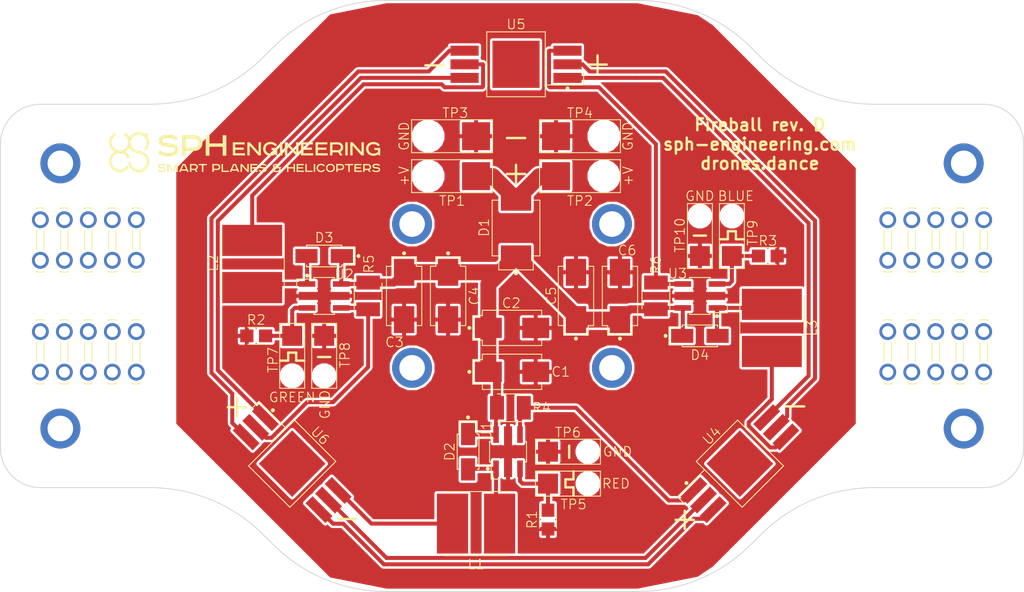
<source format=kicad_pcb>
(kicad_pcb (version 4) (host pcbnew 4.0.6+dfsg1-1)
  (title_block (title "Fireball Board") (date 2017-11-22) (rev D) (company "SPH Engineering"))
  (layers (0 F.Cu signal) (31 B.Cu signal) (34 B.Paste user) (35 F.Paste user) (36 B.SilkS user) (37 F.SilkS user) (38 B.Mask user) (39 F.Mask user) (44 Edge.Cuts user))
  (net 0 "")
  (net 1 +V)
  (net 2 GND)
  (net 3 "Net-(U4-Pad6)")
  (net 4 "Net-(U4-Pad5)")
  (net 5 "Net-(U5-Pad6)")
  (net 6 "Net-(U5-Pad4)")
  (net 7 /PR)
  (net 8 /R+)
  (net 9 /R-)
  (net 10 /G+)
  (net 11 /G-)
  (net 12 /B+)
  (net 13 /B-)
  (net 14 "Net-(D1-Pad2)")
  (net 15 "Net-(D2-Pad2)")
  (net 16 "Net-(D3-Pad2)")
  (net 17 "Net-(D4-Pad2)")
  (net 18 /PG)
  (net 19 /PB)
  (net 20 "Net-(U4-Pad2)")
  (net 21 "Net-(U4-Pad3)")
  (module ddc:DIOM6958X241M (layer F.Cu) (at 150.5 81.5 180)
    (fp_text reference D1 (at 4 0.075 270) (layer F.SilkS) (effects (font (size 1.2 1.2) (thickness 0.12))))
    (fp_text value MBRS540T3G)
    (pad 1 smd rect (at 0 -3.575 180) (size 3.8 2.8) (layers F.Cu F.Paste F.Mask) (net 1 +V))
    (pad 2 smd rect (at 0 3.575 180) (size 3.8 2.8) (layers F.Cu F.Paste F.Mask) (net 14 "Net-(D1-Pad2)"))
  )
  (module ddc:TE_63849-1 (layer F.Cu) (at 94 83)
    (fp_text reference J3 hide)
    (fp_text value [63849-1])
    (pad 1 thru_hole circle (at 0 -2.54) (size 2.1 2.1) (drill 1.4) (layers *.Cu *.Paste *.Mask))
    (pad 2 thru_hole circle (at 0 2.54) (size 2.1 2.1) (drill 1.4) (layers *.Cu *.Paste *.Mask))
  )
  (module ddc:TE_63849-1 (layer F.Cu) (at 94 97)
    (fp_text reference J4 hide)
    (fp_text value [63849-1])
    (pad 1 thru_hole circle (at 0 -2.54) (size 2.1 2.1) (drill 1.4) (layers *.Cu *.Paste *.Mask))
    (pad 2 thru_hole circle (at 0 2.54) (size 2.1 2.1) (drill 1.4) (layers *.Cu *.Paste *.Mask))
  )
  (module ddc:TE_63849-1 (layer F.Cu) (at 200 83)
    (fp_text reference J13 hide)
    (fp_text value [63849-1])
    (pad 1 thru_hole circle (at 0 -2.54) (size 2.1 2.1) (drill 1.4) (layers *.Cu *.Paste *.Mask))
    (pad 2 thru_hole circle (at 0 2.54) (size 2.1 2.1) (drill 1.4) (layers *.Cu *.Paste *.Mask))
  )
  (module ddc:TE_63849-1 (layer F.Cu) (at 200 97)
    (fp_text reference J14 hide)
    (fp_text value [63849-1])
    (pad 1 thru_hole circle (at 0 -2.54) (size 2.1 2.1) (drill 1.4) (layers *.Cu *.Paste *.Mask))
    (pad 2 thru_hole circle (at 0 2.54) (size 2.1 2.1) (drill 1.4) (layers *.Cu *.Paste *.Mask))
  )
  (module ddc:MH-3.2-5 (layer F.Cu) (at 93.5 73.4)
    (fp_text reference MH1)
    (fp_text value MH-3.2-5 hide)
    (pad 1 thru_hole circle (at 0 0) (size 5 5) (drill 3.2) (layers *.Cu *.Paste *.Mask))
  )
  (module ddc:MH-3.2-5 (layer F.Cu) (at 93.5 106.6)
    (fp_text reference MH2)
    (fp_text value MH-3.2-5 hide)
    (pad 1 thru_hole circle (at 0 0) (size 5 5) (drill 3.2) (layers *.Cu *.Paste *.Mask))
  )
  (module ddc:MH-3.2-5 (layer F.Cu) (at 137.5 81)
    (fp_text reference MH3)
    (fp_text value MH-3.2-5 hide)
    (pad 1 thru_hole circle (at 0 0) (size 5 5) (drill 3.2) (layers *.Cu *.Paste *.Mask))
  )
  (module ddc:MH-3.2-5 (layer F.Cu) (at 137.5 99)
    (fp_text reference MH4)
    (fp_text value MH-3.2-5 hide)
    (pad 1 thru_hole circle (at 0 0) (size 5 5) (drill 3.2) (layers *.Cu *.Paste *.Mask))
  )
  (module ddc:MH-3.2-5 (layer F.Cu) (at 162.5 81)
    (fp_text reference MH5)
    (fp_text value MH-3.2-5 hide)
    (pad 1 thru_hole circle (at 0 0) (size 5 5) (drill 3.2) (layers *.Cu *.Paste *.Mask))
  )
  (module ddc:MH-3.2-5 (layer F.Cu) (at 162.5 99)
    (fp_text reference MH6)
    (fp_text value MH-3.2-5 hide)
    (pad 1 thru_hole circle (at 0 0) (size 5 5) (drill 3.2) (layers *.Cu *.Paste *.Mask))
  )
  (module ddc:MH-3.2-5 (layer F.Cu) (at 206.5 73.4)
    (fp_text reference MH7)
    (fp_text value MH-3.2-5 hide)
    (pad 1 thru_hole circle (at 0 0) (size 5 5) (drill 3.2) (layers *.Cu *.Paste *.Mask))
  )
  (module ddc:MH-3.2-5 (layer F.Cu) (at 206.5 106.6)
    (fp_text reference MH8)
    (fp_text value MH-3.2-5 hide)
    (pad 1 thru_hole circle (at 0 0) (size 5 5) (drill 3.2) (layers *.Cu *.Paste *.Mask))
  )
  (module ddc:CAPPM7343X310M (layer F.Cu) (at 150 99.5 90)
    (fp_text reference C1 (at 0 6.1 180) (layer F.SilkS) (effects (font (size 1.2 1.2) (thickness 0.12))))
    (fp_text value "47u 35V")
    (pad 1 smd rect (at 0 -2.963 90) (size 2.55 3.375) (layers F.Cu F.Paste F.Mask) (net 1 +V))
    (pad 2 smd rect (at 0 2.963 90) (size 2.55 3.375) (layers F.Cu F.Paste F.Mask) (net 2 GND))
  )
  (module ddc:CAPPM7343X310M (layer F.Cu) (at 150 94 90)
    (fp_text reference C2 (at 3.1 -0.1 180) (layer F.SilkS) (effects (font (size 1.2 1.2) (thickness 0.12))))
    (fp_text value "47u 35V")
    (pad 1 smd rect (at 0 -2.963 90) (size 2.55 3.375) (layers F.Cu F.Paste F.Mask) (net 1 +V))
    (pad 2 smd rect (at 0 2.963 90) (size 2.55 3.375) (layers F.Cu F.Paste F.Mask) (net 2 GND))
  )
  (module ddc:CAPPM7343X310M (layer F.Cu) (at 136.5 90)
    (fp_text reference C3 (at -1.2 5.8) (layer F.SilkS) (effects (font (size 1.2 1.2) (thickness 0.12))))
    (fp_text value "47u 35V")
    (pad 1 smd rect (at 0 -2.963) (size 2.55 3.375) (layers F.Cu F.Paste F.Mask) (net 1 +V))
    (pad 2 smd rect (at 0 2.963) (size 2.55 3.375) (layers F.Cu F.Paste F.Mask) (net 2 GND))
  )
  (module ddc:CAPPM7343X310M (layer F.Cu) (at 142 90)
    (fp_text reference C4 (at 3.3 0 90) (layer F.SilkS) (effects (font (size 1.2 1.2) (thickness 0.12))))
    (fp_text value "47u 35V")
    (pad 1 smd rect (at 0 -2.963) (size 2.55 3.375) (layers F.Cu F.Paste F.Mask) (net 1 +V))
    (pad 2 smd rect (at 0 2.963) (size 2.55 3.375) (layers F.Cu F.Paste F.Mask) (net 2 GND))
  )
  (module ddc:CAPPM7343X310M (layer F.Cu) (at 158 90 180)
    (fp_text reference C5 (at 3.1 0 450) (layer F.SilkS) (effects (font (size 1.2 1.2) (thickness 0.12))))
    (fp_text value "47u 35V")
    (pad 1 smd rect (at 0 -2.963 180) (size 2.55 3.375) (layers F.Cu F.Paste F.Mask) (net 1 +V))
    (pad 2 smd rect (at 0 2.963 180) (size 2.55 3.375) (layers F.Cu F.Paste F.Mask) (net 2 GND))
  )
  (module ddc:CAPPM7343X310M (layer F.Cu) (at 163.5 90 180)
    (fp_text reference C6 (at -0.9 5.7 180) (layer F.SilkS) (effects (font (size 1.2 1.2) (thickness 0.12))))
    (fp_text value "47u 35V")
    (pad 1 smd rect (at 0 -2.963 180) (size 2.55 3.375) (layers F.Cu F.Paste F.Mask) (net 1 +V))
    (pad 2 smd rect (at 0 2.963 180) (size 2.55 3.375) (layers F.Cu F.Paste F.Mask) (net 2 GND))
  )
  (module ddc:INDC7870X550M (layer F.Cu) (at 145.5 118.5 270)
    (fp_text reference L1 (at 5.1 0 360) (layer F.SilkS) (effects (font (size 1.2 1.2) (thickness 0.12))))
    (fp_text value MCSD75-470KU)
    (pad 1 smd rect (at 0 -2.95 270) (size 7.5 3.9) (layers F.Cu F.Paste F.Mask) (net 15 "Net-(D2-Pad2)"))
    (pad 2 smd rect (at 0 2.95 270) (size 7.5 3.9) (layers F.Cu F.Paste F.Mask) (net 9 /R-))
  )
  (module ddc:INDC7870X550M (layer F.Cu) (at 117.5 86 180)
    (fp_text reference L2 (at 4.9 0.1 270) (layer F.SilkS) (effects (font (size 1.2 1.2) (thickness 0.12))))
    (fp_text value MCSD75-470KU)
    (pad 1 smd rect (at 0 -2.95 180) (size 7.5 3.9) (layers F.Cu F.Paste F.Mask) (net 16 "Net-(D3-Pad2)"))
    (pad 2 smd rect (at 0 2.95 180) (size 7.5 3.9) (layers F.Cu F.Paste F.Mask) (net 11 /G-))
  )
  (module ddc:INDC7870X550M (layer F.Cu) (at 182.5 94)
    (fp_text reference L3 (at 5 0 90) (layer F.SilkS) (effects (font (size 1.2 1.2) (thickness 0.12))))
    (fp_text value MCSD75-470KU)
    (pad 1 smd rect (at 0 -2.95) (size 7.5 3.9) (layers F.Cu F.Paste F.Mask) (net 17 "Net-(D4-Pad2)"))
    (pad 2 smd rect (at 0 2.95) (size 7.5 3.9) (layers F.Cu F.Paste F.Mask) (net 13 /B-))
  )
  (module ddc:RESC3126X65M (layer F.Cu) (at 149.797031 104 90)
    (fp_text reference R4 (at 0 3.902969 180) (layer F.SilkS) (effects (font (size 1.2 1.2) (thickness 0.12))))
    (fp_text value ERJ14RSFR15U)
    (pad 1 smd rect (at 0 -1.675 90) (size 2.95 1.75) (layers F.Cu F.Paste F.Mask) (net 1 +V))
    (pad 2 smd rect (at 0 1.675 90) (size 2.95 1.75) (layers F.Cu F.Paste F.Mask) (net 8 /R+))
  )
  (module ddc:RESC3126X65M (layer F.Cu) (at 132 90)
    (fp_text reference R5 (at 0.1 -4 90) (layer F.SilkS) (effects (font (size 1.2 1.2) (thickness 0.12))))
    (fp_text value ERJ14RSFR15U)
    (pad 1 smd rect (at 0 -1.675) (size 2.95 1.75) (layers F.Cu F.Paste F.Mask) (net 1 +V))
    (pad 2 smd rect (at 0 1.675) (size 2.95 1.75) (layers F.Cu F.Paste F.Mask) (net 10 /G+))
  )
  (module ddc:RESC3126X65M (layer F.Cu) (at 168 90 180)
    (fp_text reference R6 (at 0 3.9 270) (layer F.SilkS) (effects (font (size 1.2 1.2) (thickness 0.12))))
    (fp_text value ERJ14RSFR15U)
    (pad 1 smd rect (at 0 -1.675 180) (size 2.95 1.75) (layers F.Cu F.Paste F.Mask) (net 1 +V))
    (pad 2 smd rect (at 0 1.675 180) (size 2.95 1.75) (layers F.Cu F.Paste F.Mask) (net 12 /B+))
  )
  (module ddc:MISC_TPH-3.5-SM-Q3.5 (layer F.Cu) (at 142.5 75 270)
    (fp_text reference TP1 (at 3.1 0 360) (layer F.SilkS) (effects (font (size 1.2 1.2) (thickness 0.12))))
    (fp_text value +V (at 0 6 450) (layer F.SilkS) (effects (font (size 1.2 1.2) (thickness 0.12))))
    (pad 1 smd rect (at 0 -3 270) (size 3.5 3.5) (layers F.Cu F.Paste F.Mask) (net 14 "Net-(D1-Pad2)"))
    (pad MH1 np_thru_hole circle (at 0 3 270) (size 3.5 3.5) (drill 3.5) (layers *.Cu *.Mask))
  )
  (module ddc:MISC_TPH-3.5-SM-Q3.5 (layer F.Cu) (at 158.5 75 90)
    (fp_text reference TP2 (at -3.1 0 180) (layer F.SilkS) (effects (font (size 1.2 1.2) (thickness 0.12))))
    (fp_text value +V (at 0 6 270) (layer F.SilkS) (effects (font (size 1.2 1.2) (thickness 0.12))))
    (pad 1 smd rect (at 0 -3 90) (size 3.5 3.5) (layers F.Cu F.Paste F.Mask) (net 14 "Net-(D1-Pad2)"))
    (pad MH1 np_thru_hole circle (at 0 3 90) (size 3.5 3.5) (drill 3.5) (layers *.Cu *.Mask))
  )
  (module ddc:MISC_TPH-3.5-SM-Q3.5 (layer F.Cu) (at 142.5 70 270)
    (fp_text reference TP3 (at -2.9 -0.4 360) (layer F.SilkS) (effects (font (size 1.2 1.2) (thickness 0.12))))
    (fp_text value GND (at 0 6 450) (layer F.SilkS) (effects (font (size 1.2 1.2) (thickness 0.12))))
    (pad 1 smd rect (at 0 -3 270) (size 3.5 3.5) (layers F.Cu F.Paste F.Mask) (net 2 GND))
    (pad MH1 np_thru_hole circle (at 0 3 270) (size 3.5 3.5) (drill 3.5) (layers *.Cu *.Mask))
  )
  (module ddc:MISC_TPH-3.5-SM-Q3.5 (layer F.Cu) (at 158.5 70 90)
    (fp_text reference TP4 (at 2.9 0 180) (layer F.SilkS) (effects (font (size 1.2 1.2) (thickness 0.12))))
    (fp_text value GND (at 0 6 270) (layer F.SilkS) (effects (font (size 1.2 1.2) (thickness 0.12))))
    (pad 1 smd rect (at 0 -3 90) (size 3.5 3.5) (layers F.Cu F.Paste F.Mask) (net 2 GND))
    (pad MH1 np_thru_hole circle (at 0 3 90) (size 3.5 3.5) (drill 3.5) (layers *.Cu *.Mask))
  )
  (module ddc:MISC_TPH-2.5-SM-Q2.5 (layer F.Cu) (at 157 113.5 90)
    (fp_text reference TP5 (at -2.6 0.7 180) (layer F.SilkS) (effects (font (size 1.2 1.2) (thickness 0.12))))
    (fp_text value RED (at 0 6 180) (layer F.SilkS) (effects (font (size 1.2 1.2) (thickness 0.12))))
    (pad 1 smd rect (at 0 -2.5 90) (size 2.5 2.5) (layers F.Cu F.Paste F.Mask) (net 7 /PR))
    (pad MH1 np_thru_hole circle (at 0 2.5 90) (size 2.5 2.5) (drill 2.5) (layers *.Cu *.Mask))
  )
  (module ddc:MISC_TPH-2.5-SM-Q2.5 (layer F.Cu) (at 157 109.5 90)
    (fp_text reference TP6 (at 2.4 0 180) (layer F.SilkS) (effects (font (size 1.2 1.2) (thickness 0.12))))
    (fp_text value GND (at 0 6.2 180) (layer F.SilkS) (effects (font (size 1.2 1.2) (thickness 0.12))))
    (pad 1 smd rect (at 0 -2.5 90) (size 2.5 2.5) (layers F.Cu F.Paste F.Mask) (net 2 GND))
    (pad MH1 np_thru_hole circle (at 0 2.5 90) (size 2.5 2.5) (drill 2.5) (layers *.Cu *.Mask))
  )
  (module ddc:MISC_TPH-2.5-SM-Q2.5 (layer F.Cu) (at 122.5 97.5)
    (fp_text reference TP7 (at -2.4 0.5 90) (layer F.SilkS) (effects (font (size 1.2 1.2) (thickness 0.12))))
    (fp_text value GREEN (at 0 5.2 180) (layer F.SilkS) (effects (font (size 1.2 1.2) (thickness 0.12))))
    (pad 1 smd rect (at 0 -2.5) (size 2.5 2.5) (layers F.Cu F.Paste F.Mask) (net 18 /PG))
    (pad MH1 np_thru_hole circle (at 0 2.5) (size 2.5 2.5) (drill 2.5) (layers *.Cu *.Mask))
  )
  (module ddc:MISC_TPH-2.5-SM-Q2.5 (layer F.Cu) (at 126.5 97.5)
    (fp_text reference TP8 (at 2.6 -0.1 90) (layer F.SilkS) (effects (font (size 1.2 1.2) (thickness 0.12))))
    (fp_text value GND (at 0.1 6.1 270) (layer F.SilkS) (effects (font (size 1.2 1.2) (thickness 0.12))))
    (pad 1 smd rect (at 0 -2.5) (size 2.5 2.5) (layers F.Cu F.Paste F.Mask) (net 2 GND))
    (pad MH1 np_thru_hole circle (at 0 2.5) (size 2.5 2.5) (drill 2.5) (layers *.Cu *.Mask))
  )
  (module ddc:MISC_TPH-2.5-SM-Q2.5 (layer F.Cu) (at 177.5 82.5 180)
    (fp_text reference TP9 (at -2.6 0.4 270) (layer F.SilkS) (effects (font (size 1.2 1.2) (thickness 0.12))))
    (fp_text value BLUE (at -0.5 5 180) (layer F.SilkS) (effects (font (size 1.2 1.2) (thickness 0.12))))
    (pad 1 smd rect (at 0 -2.5 180) (size 2.5 2.5) (layers F.Cu F.Paste F.Mask) (net 19 /PB))
    (pad MH1 np_thru_hole circle (at 0 2.5 180) (size 2.5 2.5) (drill 2.5) (layers *.Cu *.Mask))
  )
  (module ddc:MISC_TPH-2.5-SM-Q2.5 (layer F.Cu) (at 173.5 82.5 180)
    (fp_text reference TP10 (at 2.5 0.1 270) (layer F.SilkS) (effects (font (size 1.2 1.2) (thickness 0.12))))
    (fp_text value GND (at 0 5 180) (layer F.SilkS) (effects (font (size 1.2 1.2) (thickness 0.12))))
    (pad 1 smd rect (at 0 -2.5 180) (size 2.5 2.5) (layers F.Cu F.Paste F.Mask) (net 2 GND))
    (pad MH1 np_thru_hole circle (at 0 2.5 180) (size 2.5 2.5) (drill 2.5) (layers *.Cu *.Mask))
  )
  (module ddc:SOTFL150P435X160-5M (layer F.Cu) (at 149.5 109.5 90)
    (fp_text reference U1 (at 2.6 -2.7 90) (layer F.SilkS) (effects (font (size 1.2 1.2) (thickness 0.12))))
    (fp_text value PT4115E)
    (pad 1 smd rect (at -2.138 -1.5 90) (size 2.075 0.7) (layers F.Cu F.Paste F.Mask) (net 15 "Net-(D2-Pad2)"))
    (pad 2 smd rect (at 0 0 90) (size 6.35 1) (layers F.Cu F.Paste F.Mask) (net 2 GND))
    (pad 3 smd rect (at -2.138 1.5 90) (size 2.075 0.7) (layers F.Cu F.Paste F.Mask) (net 7 /PR))
    (pad 4 smd rect (at 2.138 1.5 90) (size 2.075 0.7) (layers F.Cu F.Paste F.Mask) (net 8 /R+))
    (pad 5 smd rect (at 2.138 -1.5 90) (size 2.075 0.7) (layers F.Cu F.Paste F.Mask) (net 1 +V))
  )
  (module ddc:SOTFL150P435X160-5M (layer F.Cu) (at 126.5 90)
    (fp_text reference U2 (at 2.5 -2.7) (layer F.SilkS) (effects (font (size 1.2 1.2) (thickness 0.12))))
    (fp_text value PT4115E)
    (pad 1 smd rect (at -2.138 -1.5) (size 2.075 0.7) (layers F.Cu F.Paste F.Mask) (net 16 "Net-(D3-Pad2)"))
    (pad 2 smd rect (at 0 0) (size 6.35 1) (layers F.Cu F.Paste F.Mask) (net 2 GND))
    (pad 3 smd rect (at -2.138 1.5) (size 2.075 0.7) (layers F.Cu F.Paste F.Mask) (net 18 /PG))
    (pad 4 smd rect (at 2.138 1.5) (size 2.075 0.7) (layers F.Cu F.Paste F.Mask) (net 10 /G+))
    (pad 5 smd rect (at 2.138 -1.5) (size 2.075 0.7) (layers F.Cu F.Paste F.Mask) (net 1 +V))
  )
  (module ddc:SOTFL150P435X160-5M (layer F.Cu) (at 173.5 90 180)
    (fp_text reference U3 (at 2.8 2.8 180) (layer F.SilkS) (effects (font (size 1.2 1.2) (thickness 0.12))))
    (fp_text value PT4115E)
    (pad 1 smd rect (at -2.138 -1.5 180) (size 2.075 0.7) (layers F.Cu F.Paste F.Mask) (net 17 "Net-(D4-Pad2)"))
    (pad 2 smd rect (at 0 0 180) (size 6.35 1) (layers F.Cu F.Paste F.Mask) (net 2 GND))
    (pad 3 smd rect (at -2.138 1.5 180) (size 2.075 0.7) (layers F.Cu F.Paste F.Mask) (net 19 /PB))
    (pad 4 smd rect (at 2.138 1.5 180) (size 2.075 0.7) (layers F.Cu F.Paste F.Mask) (net 12 /B+))
    (pad 5 smd rect (at 2.138 -1.5 180) (size 2.075 0.7) (layers F.Cu F.Paste F.Mask) (net 1 +V))
  )
  (module ddc:TE_63849-1 (layer F.Cu) (at 91 83)
    (fp_text reference J1 hide)
    (fp_text value [63849-1])
    (pad 1 thru_hole circle (at 0 -2.54) (size 2.1 2.1) (drill 1.4) (layers *.Cu *.Paste *.Mask))
    (pad 2 thru_hole circle (at 0 2.54) (size 2.1 2.1) (drill 1.4) (layers *.Cu *.Paste *.Mask))
  )
  (module ddc:TE_63849-1 (layer F.Cu) (at 91 97)
    (fp_text reference J2 hide)
    (fp_text value [63849-1])
    (pad 1 thru_hole circle (at 0 -2.54) (size 2.1 2.1) (drill 1.4) (layers *.Cu *.Paste *.Mask))
    (pad 2 thru_hole circle (at 0 2.54) (size 2.1 2.1) (drill 1.4) (layers *.Cu *.Paste *.Mask))
  )
  (module ddc:TE_63849-1 (layer F.Cu) (at 97 83)
    (fp_text reference J5 hide)
    (fp_text value [63849-1])
    (pad 1 thru_hole circle (at 0 -2.54) (size 2.1 2.1) (drill 1.4) (layers *.Cu *.Paste *.Mask))
    (pad 2 thru_hole circle (at 0 2.54) (size 2.1 2.1) (drill 1.4) (layers *.Cu *.Paste *.Mask))
  )
  (module ddc:TE_63849-1 (layer F.Cu) (at 97 97)
    (fp_text reference J6 hide)
    (fp_text value [63849-1])
    (pad 1 thru_hole circle (at 0 -2.54) (size 2.1 2.1) (drill 1.4) (layers *.Cu *.Paste *.Mask))
    (pad 2 thru_hole circle (at 0 2.54) (size 2.1 2.1) (drill 1.4) (layers *.Cu *.Paste *.Mask))
  )
  (module ddc:TE_63849-1 (layer F.Cu) (at 197 83)
    (fp_text reference J11 hide)
    (fp_text value [63849-1])
    (pad 1 thru_hole circle (at 0 -2.54) (size 2.1 2.1) (drill 1.4) (layers *.Cu *.Paste *.Mask))
    (pad 2 thru_hole circle (at 0 2.54) (size 2.1 2.1) (drill 1.4) (layers *.Cu *.Paste *.Mask))
  )
  (module ddc:TE_63849-1 (layer F.Cu) (at 197 97)
    (fp_text reference J12 hide)
    (fp_text value [63849-1])
    (pad 1 thru_hole circle (at 0 -2.54) (size 2.1 2.1) (drill 1.4) (layers *.Cu *.Paste *.Mask))
    (pad 2 thru_hole circle (at 0 2.54) (size 2.1 2.1) (drill 1.4) (layers *.Cu *.Paste *.Mask))
  )
  (module ddc:TE_63849-1 (layer F.Cu) (at 203 83)
    (fp_text reference J15 hide)
    (fp_text value [63849-1])
    (pad 1 thru_hole circle (at 0 -2.54) (size 2.1 2.1) (drill 1.4) (layers *.Cu *.Paste *.Mask))
    (pad 2 thru_hole circle (at 0 2.54) (size 2.1 2.1) (drill 1.4) (layers *.Cu *.Paste *.Mask))
  )
  (module ddc:TE_63849-1 (layer F.Cu) (at 203 97)
    (fp_text reference J16 hide)
    (fp_text value [63849-1])
    (pad 1 thru_hole circle (at 0 -2.54) (size 2.1 2.1) (drill 1.4) (layers *.Cu *.Paste *.Mask))
    (pad 2 thru_hole circle (at 0 2.54) (size 2.1 2.1) (drill 1.4) (layers *.Cu *.Paste *.Mask))
  )
  (module ddc:TE_63849-1 (layer F.Cu) (at 100 83)
    (fp_text reference J7 hide)
    (fp_text value [63849-1])
    (pad 1 thru_hole circle (at 0 -2.54) (size 2.1 2.1) (drill 1.4) (layers *.Cu *.Paste *.Mask))
    (pad 2 thru_hole circle (at 0 2.54) (size 2.1 2.1) (drill 1.4) (layers *.Cu *.Paste *.Mask))
  )
  (module ddc:TE_63849-1 (layer F.Cu) (at 100 97)
    (fp_text reference J8 hide)
    (fp_text value [63849-1])
    (pad 1 thru_hole circle (at 0 -2.54) (size 2.1 2.1) (drill 1.4) (layers *.Cu *.Paste *.Mask))
    (pad 2 thru_hole circle (at 0 2.54) (size 2.1 2.1) (drill 1.4) (layers *.Cu *.Paste *.Mask))
  )
  (module ddc:TE_63849-1 (layer F.Cu) (at 103 83)
    (fp_text reference J9 hide)
    (fp_text value [63849-1])
    (pad 1 thru_hole circle (at 0 -2.54) (size 2.1 2.1) (drill 1.4) (layers *.Cu *.Paste *.Mask))
    (pad 2 thru_hole circle (at 0 2.54) (size 2.1 2.1) (drill 1.4) (layers *.Cu *.Paste *.Mask))
  )
  (module ddc:TE_63849-1 (layer F.Cu) (at 103 97)
    (fp_text reference J10 hide)
    (fp_text value [63849-1])
    (pad 1 thru_hole circle (at 0 -2.54) (size 2.1 2.1) (drill 1.4) (layers *.Cu *.Paste *.Mask))
    (pad 2 thru_hole circle (at 0 2.54) (size 2.1 2.1) (drill 1.4) (layers *.Cu *.Paste *.Mask))
  )
  (module ddc:TE_63849-1 (layer F.Cu) (at 206 83)
    (fp_text reference J17 hide)
    (fp_text value [63849-1])
    (pad 1 thru_hole circle (at 0 -2.54) (size 2.1 2.1) (drill 1.4) (layers *.Cu *.Paste *.Mask))
    (pad 2 thru_hole circle (at 0 2.54) (size 2.1 2.1) (drill 1.4) (layers *.Cu *.Paste *.Mask))
  )
  (module ddc:TE_63849-1 (layer F.Cu) (at 206 97)
    (fp_text reference J18 hide)
    (fp_text value [63849-1])
    (pad 1 thru_hole circle (at 0 -2.54) (size 2.1 2.1) (drill 1.4) (layers *.Cu *.Paste *.Mask))
    (pad 2 thru_hole circle (at 0 2.54) (size 2.1 2.1) (drill 1.4) (layers *.Cu *.Paste *.Mask))
  )
  (module ddc:TE_63849-1 (layer F.Cu) (at 209 83)
    (fp_text reference J19 hide)
    (fp_text value [63849-1])
    (pad 1 thru_hole circle (at 0 -2.54) (size 2.1 2.1) (drill 1.4) (layers *.Cu *.Paste *.Mask))
    (pad 2 thru_hole circle (at 0 2.54) (size 2.1 2.1) (drill 1.4) (layers *.Cu *.Paste *.Mask))
  )
  (module ddc:TE_63849-1 (layer F.Cu) (at 209 97)
    (fp_text reference J20 hide)
    (fp_text value [63849-1])
    (pad 1 thru_hole circle (at 0 -2.54) (size 2.1 2.1) (drill 1.4) (layers *.Cu *.Paste *.Mask))
    (pad 2 thru_hole circle (at 0 2.54) (size 2.1 2.1) (drill 1.4) (layers *.Cu *.Paste *.Mask))
  )
  (module ddc:DIOM4326X290M (layer F.Cu) (at 144.5 109.5)
    (fp_text reference D2 (at -2.3 0 90) (layer F.SilkS) (effects (font (size 1.2 1.2) (thickness 0.12))))
    (fp_text value SS14)
    (pad 1 smd rect (at 0 -2.212) (size 1.75 2.775) (layers F.Cu F.Paste F.Mask) (net 1 +V))
    (pad 2 smd rect (at 0 2.212) (size 1.75 2.775) (layers F.Cu F.Paste F.Mask) (net 15 "Net-(D2-Pad2)"))
  )
  (module ddc:DIOM4326X290M (layer F.Cu) (at 126.5 85 270)
    (fp_text reference D3 (at -2.3 0 360) (layer F.SilkS) (effects (font (size 1.2 1.2) (thickness 0.12))))
    (fp_text value SS14)
    (pad 1 smd rect (at 0 -2.212 270) (size 1.75 2.775) (layers F.Cu F.Paste F.Mask) (net 1 +V))
    (pad 2 smd rect (at 0 2.212 270) (size 1.75 2.775) (layers F.Cu F.Paste F.Mask) (net 16 "Net-(D3-Pad2)"))
  )
  (module ddc:DIOM4326X290M (layer F.Cu) (at 173.5 95 90)
    (fp_text reference D4 (at -2.4 0 180) (layer F.SilkS) (effects (font (size 1.2 1.2) (thickness 0.12))))
    (fp_text value SS14)
    (pad 1 smd rect (at 0 -2.212 90) (size 1.75 2.775) (layers F.Cu F.Paste F.Mask) (net 1 +V))
    (pad 2 smd rect (at 0 2.212 90) (size 1.75 2.775) (layers F.Cu F.Paste F.Mask) (net 17 "Net-(D4-Pad2)"))
  )
  (module ddc:SOP170P1440X520-7M (layer F.Cu) (at 178.5 111 45)
    (fp_text reference U4 (at 0 -4.949747 45) (layer F.SilkS) (effects (font (size 1.2 1.2) (thickness 0.12))))
    (fp_text value JH-9RGB14G45)
    (pad 1 smd rect (at -6.438 -1.7 45) (size 3.525 1.25) (layers F.Cu F.Paste F.Mask) (net 8 /R+))
    (pad 2 smd rect (at -6.438 0 45) (size 3.525 1.25) (layers F.Cu F.Paste F.Mask) (net 20 "Net-(U4-Pad2)"))
    (pad 3 smd rect (at -6.438 1.7 45) (size 3.525 1.25) (layers F.Cu F.Paste F.Mask) (net 21 "Net-(U4-Pad3)"))
    (pad 6 smd rect (at 6.438 -1.7 45) (size 3.525 1.25) (layers F.Cu F.Paste F.Mask) (net 3 "Net-(U4-Pad6)"))
    (pad 5 smd rect (at 6.438 0 45) (size 3.525 1.25) (layers F.Cu F.Paste F.Mask) (net 4 "Net-(U4-Pad5)"))
    (pad 4 smd rect (at 6.438 1.7 45) (size 3.525 1.25) (layers F.Cu F.Paste F.Mask) (net 13 /B-))
    (pad 7 smd rect (at 0 0 45) (size 5.9 5.9) (layers F.Cu F.Paste F.Mask))
  )
  (module ddc:SOP170P1440X520-7M (layer F.Cu) (at 150.5 61 180)
    (fp_text reference U5 (at 0 5 180) (layer F.SilkS) (effects (font (size 1.2 1.2) (thickness 0.12))))
    (fp_text value JH-9RGB14G45)
    (pad 1 smd rect (at -6.438 -1.7 180) (size 3.525 1.25) (layers F.Cu F.Paste F.Mask) (net 3 "Net-(U4-Pad6)"))
    (pad 2 smd rect (at -6.438 0 180) (size 3.525 1.25) (layers F.Cu F.Paste F.Mask) (net 4 "Net-(U4-Pad5)"))
    (pad 3 smd rect (at -6.438 1.7 180) (size 3.525 1.25) (layers F.Cu F.Paste F.Mask) (net 12 /B+))
    (pad 6 smd rect (at 6.438 -1.7 180) (size 3.525 1.25) (layers F.Cu F.Paste F.Mask) (net 5 "Net-(U5-Pad6)"))
    (pad 5 smd rect (at 6.438 0 180) (size 3.525 1.25) (layers F.Cu F.Paste F.Mask) (net 11 /G-))
    (pad 4 smd rect (at 6.438 1.7 180) (size 3.525 1.25) (layers F.Cu F.Paste F.Mask) (net 6 "Net-(U5-Pad4)"))
    (pad 7 smd rect (at 0 0 180) (size 5.9 5.9) (layers F.Cu F.Paste F.Mask))
  )
  (module ddc:SOP170P1440X520-7M (layer F.Cu) (at 122.5 111 315)
    (fp_text reference U6 (at 0 -4.949747 315) (layer F.SilkS) (effects (font (size 1.2 1.2) (thickness 0.12))))
    (fp_text value JH-9RGB14G45)
    (pad 1 smd rect (at -6.438 -1.7 315) (size 3.525 1.25) (layers F.Cu F.Paste F.Mask) (net 5 "Net-(U5-Pad6)"))
    (pad 2 smd rect (at -6.438 0 315) (size 3.525 1.25) (layers F.Cu F.Paste F.Mask) (net 10 /G+))
    (pad 3 smd rect (at -6.438 1.7 315) (size 3.525 1.25) (layers F.Cu F.Paste F.Mask) (net 6 "Net-(U5-Pad4)"))
    (pad 6 smd rect (at 6.438 -1.7 315) (size 3.525 1.25) (layers F.Cu F.Paste F.Mask) (net 9 /R-))
    (pad 5 smd rect (at 6.438 0 315) (size 3.525 1.25) (layers F.Cu F.Paste F.Mask) (net 20 "Net-(U4-Pad2)"))
    (pad 4 smd rect (at 6.438 1.7 315) (size 3.525 1.25) (layers F.Cu F.Paste F.Mask) (net 21 "Net-(U4-Pad3)"))
    (pad 7 smd rect (at 0 0 315) (size 5.9 5.9) (layers F.Cu F.Paste F.Mask))
  )
  (module ddc:RESC2013X65M (layer F.Cu) (at 154.5 118 180)
    (fp_text reference R1 (at 2 0 270) (layer F.SilkS) (effects (font (size 1.2 1.2) (thickness 0.12))))
    (fp_text value DNP)
    (pad 1 smd rect (at 0 -1.175 180) (size 1.6 1.65) (layers F.Cu F.Paste F.Mask) (net 2 GND))
    (pad 2 smd rect (at 0 1.175 180) (size 1.6 1.65) (layers F.Cu F.Paste F.Mask) (net 7 /PR))
  )
  (module ddc:RESC2013X65M (layer F.Cu) (at 118 95 90)
    (fp_text reference R2 (at 2 0 180) (layer F.SilkS) (effects (font (size 1.2 1.2) (thickness 0.12))))
    (fp_text value DNP)
    (pad 1 smd rect (at 0 -1.175 90) (size 1.6 1.65) (layers F.Cu F.Paste F.Mask) (net 2 GND))
    (pad 2 smd rect (at 0 1.175 90) (size 1.6 1.65) (layers F.Cu F.Paste F.Mask) (net 18 /PG))
  )
  (module ddc:RESC2013X65M (layer F.Cu) (at 182 85 270)
    (fp_text reference R3 (at -1.9 0 360) (layer F.SilkS) (effects (font (size 1.2 1.2) (thickness 0.12))))
    (fp_text value DNP)
    (pad 1 smd rect (at 0 -1.175 270) (size 1.6 1.65) (layers F.Cu F.Paste F.Mask) (net 2 GND))
    (pad 2 smd rect (at 0 1.175 270) (size 1.6 1.65) (layers F.Cu F.Paste F.Mask) (net 19 /PB))
  )
  (module ddc:SPH-5 (layer F.Cu) (at 116.5 72)
    (fp_text reference svg2mod hide)
    (fp_text value G*** hide)
  )
  (gr_text "Fireball rev. D\nsph-engineering.com\ndrones.dance" (at 181 71) (layer F.SilkS) (effects (font (size 1.5 1.5) (thickness 0.3))))
  (gr_text - (at 150.5 70) (layer F.SilkS) (effects (font (size 3 3) (thickness 0.3))))
  (gr_text + (at 150.5 74.5) (layer F.SilkS) (effects (font (size 3 3) (thickness 0.3))))
  (gr_line (start 209 114) (end 195.284271 114) (layer Edge.Cuts) (width 0.1))
  (gr_arc (start 209 109) (end 209 114) (angle -90) (layer Edge.Cuts) (width 0.1))
  (gr_line (start 214 71) (end 214 109) (layer Edge.Cuts) (width 0.1))
  (gr_arc (start 209 71) (end 214 71) (angle -90) (layer Edge.Cuts) (width 0.1))
  (gr_line (start 195.284271 66) (end 209 66) (layer Edge.Cuts) (width 0.1))
  (gr_arc (start 195.284271 46) (end 181.142136 60.142136) (angle -45) (layer Edge.Cuts) (width 0.1))
  (gr_line (start 179.857864 58.857864) (end 181.142136 60.142136) (layer Edge.Cuts) (width 0.1))
  (gr_arc (start 165.715729 73) (end 179.857864 58.857864) (angle -45) (layer Edge.Cuts) (width 0.1))
  (gr_line (start 134.284271 53) (end 165.715729 53) (layer Edge.Cuts) (width 0.1))
  (gr_arc (start 134.284271 73) (end 134.284271 53) (angle -45) (layer Edge.Cuts) (width 0.1))
  (gr_line (start 118.857864 60.142136) (end 120.142136 58.857864) (layer Edge.Cuts) (width 0.1))
  (gr_arc (start 104.715729 46) (end 104.715729 66) (angle -45) (layer Edge.Cuts) (width 0.1))
  (gr_arc (start 91 71) (end 91 66) (angle -90) (layer Edge.Cuts) (width 0.1))
  (gr_line (start 86 109) (end 86 71) (layer Edge.Cuts) (width 0.1))
  (gr_arc (start 91 109) (end 86 109) (angle -90) (layer Edge.Cuts) (width 0.1))
  (gr_line (start 104.715729 114) (end 91 114) (layer Edge.Cuts) (width 0.1))
  (gr_arc (start 104.715729 134) (end 118.857864 119.857864) (angle -45) (layer Edge.Cuts) (width 0.1))
  (gr_line (start 120.142136 121.142136) (end 118.857864 119.857864) (layer Edge.Cuts) (width 0.1))
  (gr_arc (start 134.284271 107) (end 120.142136 121.142136) (angle -45) (layer Edge.Cuts) (width 0.1))
  (gr_line (start 165.715729 127) (end 134.284271 127) (layer Edge.Cuts) (width 0.1))
  (gr_arc (start 165.715729 107) (end 165.715729 127) (angle -45) (layer Edge.Cuts) (width 0.1))
  (gr_line (start 181.142136 119.857864) (end 179.857864 121.142136) (layer Edge.Cuts) (width 0.1))
  (gr_arc (start 195.284271 134) (end 195.284271 114) (angle -45) (layer Edge.Cuts) (width 0.1))
  (gr_line (start 91 66) (end 104.715729 66) (layer Edge.Cuts) (width 0.1))
  (gr_text + (at 171.6 117.8) (layer F.SilkS) (effects (font (size 3 3) (thickness 0.3))))
  (gr_text - (at 140.3 60.9) (layer F.SilkS) (effects (font (size 3 3) (thickness 0.3))))
  (gr_text + (at 160.7 60.8) (layer F.SilkS) (effects (font (size 3 3) (thickness 0.3))))
  (gr_text - (at 129.4 117.7) (layer F.SilkS) (effects (font (size 3 3) (thickness 0.3))))
  (gr_text + (at 115.6 103.7) (layer F.SilkS) (effects (font (size 3 3) (thickness 0.3))))
  (gr_line (start 178 82.9) (end 179 82.9) (layer F.SilkS) (width 0.3))
  (gr_line (start 177 82.9) (end 177 81.9) (layer F.SilkS) (width 0.3))
  (gr_line (start 178 81.9) (end 178 82.9) (layer F.SilkS) (width 0.3))
  (gr_line (start 177 81.9) (end 178 81.9) (layer F.SilkS) (width 0.3))
  (gr_line (start 176 82.9) (end 177 82.9) (layer F.SilkS) (width 0.3))
  (gr_text - (at 173.5 82.3) (layer F.SilkS) (effects (font (size 2 2) (thickness 0.3))))
  (gr_line (start 156.684459 112.965541) (end 157.684459 112.965541) (layer F.SilkS) (width 0.3))
  (gr_line (start 156.684459 113.965541) (end 156.684459 112.965541) (layer F.SilkS) (width 0.3))
  (gr_line (start 157.684459 113.965541) (end 156.684459 113.965541) (layer F.SilkS) (width 0.3))
  (gr_line (start 157.684459 112.965541) (end 157.684459 111.965541) (layer F.SilkS) (width 0.3))
  (gr_line (start 157.684459 114.965541) (end 157.684459 113.965541) (layer F.SilkS) (width 0.3))
  (gr_text - (at 157 109.5 90) (layer F.SilkS) (effects (font (size 2 2) (thickness 0.3))))
  (gr_text - (at 126.5 97.5) (layer F.SilkS) (effects (font (size 2 2) (thickness 0.3))))
  (gr_line (start 123 98.1) (end 124 98.1) (layer F.SilkS) (width 0.3))
  (gr_line (start 123 97.1) (end 123 98.1) (layer F.SilkS) (width 0.3))
  (gr_line (start 122 97.1) (end 123 97.1) (layer F.SilkS) (width 0.3))
  (gr_line (start 122 98.1) (end 122 97.1) (layer F.SilkS) (width 0.3))
  (gr_line (start 121 98.1) (end 122 98.1) (layer F.SilkS) (width 0.3))
  (gr_text - (at 185.4 103.6) (layer F.SilkS) (effects (font (size 3 3) (thickness 0.3))))
  (segment (start 128.638 88.5) (end 128.638 85.074) (width 0.5) (layer F.Cu) (net 1))
  (segment (start 128.638 85.074) (end 128.712 85) (width 0.5) (layer F.Cu) (net 1))
  (segment (start 171.362 91.5) (end 171.362 94.926) (width 0.5) (layer F.Cu) (net 1))
  (segment (start 171.362 94.926) (end 171.288 95) (width 0.5) (layer F.Cu) (net 1))
  (segment (start 148 107.362) (end 144.574 107.362) (width 0.5) (layer F.Cu) (net 1))
  (segment (start 144.574 107.362) (end 144.5 107.288) (width 0.5) (layer F.Cu) (net 1))
  (segment (start 128.638 88.5) (end 131.825 88.5) (width 0.5) (layer F.Cu) (net 1))
  (segment (start 131.825 88.5) (end 132 88.325) (width 0.5) (layer F.Cu) (net 1))
  (segment (start 171.362 91.5) (end 168.175 91.5) (width 0.5) (layer F.Cu) (net 1))
  (segment (start 168.175 91.5) (end 168 91.675) (width 0.5) (layer F.Cu) (net 1))
  (segment (start 148 107.362) (end 148 104.122031) (width 0.5) (layer F.Cu) (net 1))
  (segment (start 148 104.122031) (end 148.122031 104) (width 0.5) (layer F.Cu) (net 1))
  (segment (start 148.122031 104) (end 148.122031 100.585031) (width 1) (layer F.Cu) (net 1))
  (segment (start 148.122031 100.585031) (end 147.037 99.5) (width 1) (layer F.Cu) (net 1))
  (segment (start 168 91.675) (end 164.788 91.675) (width 1) (layer F.Cu) (net 1))
  (segment (start 164.788 91.675) (end 163.5 92.963) (width 1) (layer F.Cu) (net 1))
  (segment (start 132 88.325) (end 135.212 88.325) (width 1) (layer F.Cu) (net 1))
  (segment (start 135.212 88.325) (end 136.5 87.037) (width 1) (layer F.Cu) (net 1))
  (segment (start 136.5 87.037) (end 142 87.037) (width 2) (layer F.Cu) (net 1))
  (segment (start 147.037 99.5) (end 147.037 94) (width 2) (layer F.Cu) (net 1))
  (segment (start 163.5 92.963) (end 158 92.963) (width 2) (layer F.Cu) (net 1))
  (segment (start 158 92.963) (end 158 92.575) (width 2) (layer F.Cu) (net 1))
  (segment (start 158 92.575) (end 150.5 85.075) (width 2) (layer F.Cu) (net 1))
  (segment (start 147.037 94) (end 147.037 88.538) (width 2) (layer F.Cu) (net 1))
  (segment (start 147.037 88.538) (end 150.5 85.075) (width 2) (layer F.Cu) (net 1))
  (segment (start 142 87.037) (end 148.538 87.037) (width 2) (layer F.Cu) (net 1))
  (segment (start 148.538 87.037) (end 150.5 85.075) (width 2) (layer F.Cu) (net 1))
  (segment (start 181.717336 105.378501) (end 187.1 99.995837) (width 0.5) (layer F.Cu) (net 3))
  (segment (start 187.1 99.995837) (end 187.1 80.9) (width 0.5) (layer F.Cu) (net 3))
  (segment (start 168.9 62.7) (end 165.6 62.7) (width 0.5) (layer F.Cu) (net 3))
  (segment (start 187.1 80.9) (end 168.9 62.7) (width 0.5) (layer F.Cu) (net 3))
  (segment (start 165.6 62.7) (end 156.75 62.7) (width 0.5) (layer F.Cu) (net 3))
  (segment (start 182.919417 106.580583) (end 184.413611 105.086389) (width 0.5) (layer F.Cu) (net 4))
  (segment (start 184.413611 105.086389) (end 184.413611 103.81361) (width 0.5) (layer F.Cu) (net 4))
  (segment (start 158.825 61) (end 156.75 61) (width 0.5) (layer F.Cu) (net 4))
  (segment (start 184.413611 103.81361) (end 187.90001 100.327211) (width 0.5) (layer F.Cu) (net 4))
  (segment (start 187.90001 100.327211) (end 187.90001 80.568626) (width 0.5) (layer F.Cu) (net 4))
  (segment (start 187.90001 80.568626) (end 169.231374 61.89999) (width 0.5) (layer F.Cu) (net 4))
  (segment (start 169.231374 61.89999) (end 159.72499 61.89999) (width 0.5) (layer F.Cu) (net 4))
  (segment (start 159.72499 61.89999) (end 158.825 61) (width 0.5) (layer F.Cu) (net 4))
  (segment (start 131.1 62.7) (end 144.25 62.7) (width 0.5) (layer F.Cu) (net 5))
  (segment (start 119.282664 105.378501) (end 113.199999 99.295836) (width 0.5) (layer F.Cu) (net 5))
  (segment (start 113.199999 99.295836) (end 113.199999 80.600001) (width 0.5) (layer F.Cu) (net 5))
  (segment (start 113.199999 80.600001) (end 131.1 62.7) (width 0.5) (layer F.Cu) (net 5))
  (segment (start 116.878501 107.782664) (end 115 105.904163) (width 0.5) (layer F.Cu) (net 6))
  (segment (start 115 105.904163) (end 115 102.227221) (width 0.5) (layer F.Cu) (net 6))
  (segment (start 115 102.227221) (end 112.399989 99.62721) (width 0.5) (layer F.Cu) (net 6))
  (segment (start 112.399989 99.62721) (end 112.399989 80.268627) (width 0.5) (layer F.Cu) (net 6))
  (segment (start 112.399989 80.268627) (end 130.768626 61.89999) (width 0.5) (layer F.Cu) (net 6))
  (segment (start 142.175 59.3) (end 144.25 59.3) (width 0.5) (layer F.Cu) (net 6))
  (segment (start 130.768626 61.89999) (end 139.57501 61.89999) (width 0.5) (layer F.Cu) (net 6))
  (segment (start 139.57501 61.89999) (end 142.175 59.3) (width 0.5) (layer F.Cu) (net 6))
  (segment (start 154.5 113.5) (end 154.5 116.825) (width 0.5) (layer F.Cu) (net 7))
  (segment (start 151 111.638) (end 151 113.1755) (width 0.5) (layer F.Cu) (net 7))
  (segment (start 151 113.1755) (end 151.3245 113.5) (width 0.5) (layer F.Cu) (net 7))
  (segment (start 151.3245 113.5) (end 152.75 113.5) (width 0.5) (layer F.Cu) (net 7))
  (segment (start 152.75 113.5) (end 154.5 113.5) (width 0.5) (layer F.Cu) (net 7))
  (segment (start 151 107.362) (end 151 104.472031) (width 0.5) (layer F.Cu) (net 8))
  (segment (start 151 104.472031) (end 151.472031 104) (width 0.5) (layer F.Cu) (net 8))
  (segment (start 161.362 107.362) (end 161.6 107.6) (width 0.5) (layer F.Cu) (net 8))
  (segment (start 161.6 107.6) (end 169.6 115.6) (width 0.5) (layer F.Cu) (net 8))
  (segment (start 151.472031 104) (end 158 104) (width 0.5) (layer F.Cu) (net 8))
  (segment (start 158 104) (end 161.6 107.6) (width 0.5) (layer F.Cu) (net 8))
  (segment (start 169.6 115.6) (end 171.495837 115.6) (width 0.5) (layer F.Cu) (net 8))
  (segment (start 171.495837 115.6) (end 172.878501 114.217336) (width 0.5) (layer F.Cu) (net 8))
  (segment (start 131.404163 117.5) (end 128.254435 114.350272) (width 0.5) (layer F.Cu) (net 9))
  (segment (start 142.55 118.5) (end 132.404163 118.5) (width 0.5) (layer F.Cu) (net 9))
  (segment (start 132.404163 118.5) (end 131.404163 117.5) (width 0.5) (layer F.Cu) (net 9))
  (segment (start 128.638 91.5) (end 131.825 91.5) (width 0.5) (layer F.Cu) (net 10))
  (segment (start 131.825 91.5) (end 132 91.675) (width 0.5) (layer F.Cu) (net 10))
  (segment (start 132 91.675) (end 132 98.9) (width 0.5) (layer F.Cu) (net 10))
  (segment (start 132 98.9) (end 127.6 103.3) (width 0.5) (layer F.Cu) (net 10))
  (segment (start 118.080583 106.580583) (end 119.264986 107.764986) (width 0.5) (layer F.Cu) (net 10))
  (segment (start 119.264986 107.764986) (end 119.901399 107.764986) (width 0.5) (layer F.Cu) (net 10))
  (segment (start 119.901399 107.764986) (end 124.366385 103.3) (width 0.5) (layer F.Cu) (net 10))
  (segment (start 124.366385 103.3) (end 127.6 103.3) (width 0.5) (layer F.Cu) (net 10))
  (segment (start 127.6 103.3) (end 128.638 102.262) (width 0.5) (layer F.Cu) (net 10))
  (segment (start 117.5 83.05) (end 117.5 77.431384) (width 0.5) (layer F.Cu) (net 11))
  (segment (start 117.5 77.431384) (end 131.431374 63.50001) (width 0.5) (layer F.Cu) (net 11))
  (segment (start 146.375001 63.765001) (end 146.375001 61.050001) (width 0.5) (layer F.Cu) (net 11))
  (segment (start 131.431374 63.50001) (end 141.2 63.50001) (width 0.5) (layer F.Cu) (net 11))
  (segment (start 141.2 63.50001) (end 141.574991 63.875001) (width 0.5) (layer F.Cu) (net 11))
  (segment (start 141.574991 63.875001) (end 146.265001 63.875001) (width 0.5) (layer F.Cu) (net 11))
  (segment (start 146.265001 63.875001) (end 146.375001 63.765001) (width 0.5) (layer F.Cu) (net 11))
  (segment (start 146.375001 61.050001) (end 146.325 61) (width 0.5) (layer F.Cu) (net 11))
  (segment (start 146.325 61) (end 144.25 61) (width 0.5) (layer F.Cu) (net 11))
  (segment (start 171.362 88.5) (end 168.175 88.5) (width 0.5) (layer F.Cu) (net 12))
  (segment (start 168.175 88.5) (end 168 88.325) (width 0.5) (layer F.Cu) (net 12))
  (segment (start 160.875001 63.875001) (end 166.7 69.7) (width 0.5) (layer F.Cu) (net 12))
  (segment (start 168 88.325) (end 168 71) (width 0.5) (layer F.Cu) (net 12))
  (segment (start 168 71) (end 166.7 69.7) (width 0.5) (layer F.Cu) (net 12))
  (segment (start 156.75 59.3) (end 154.675 59.3) (width 0.5) (layer F.Cu) (net 12))
  (segment (start 154.675 59.3) (end 154.624999 59.350001) (width 0.5) (layer F.Cu) (net 12))
  (segment (start 154.624999 59.350001) (end 154.624999 63.765001) (width 0.5) (layer F.Cu) (net 12))
  (segment (start 154.624999 63.765001) (end 154.734999 63.875001) (width 0.5) (layer F.Cu) (net 12))
  (segment (start 154.734999 63.875001) (end 160.875001 63.875001) (width 0.5) (layer F.Cu) (net 12))
  (segment (start 182.161263 103.272856) (end 179.611691 105.822428) (width 0.5) (layer F.Cu) (net 13))
  (segment (start 179.611691 105.822428) (end 179.611691 106.278076) (width 0.5) (layer F.Cu) (net 13))
  (segment (start 182.5 96.95) (end 182.5 102.934119) (width 0.5) (layer F.Cu) (net 13))
  (segment (start 182.5 102.934119) (end 182.161263 103.272856) (width 0.5) (layer F.Cu) (net 13))
  (segment (start 184.121499 107.782664) (end 182.937096 108.967067) (width 0.5) (layer F.Cu) (net 13))
  (segment (start 182.937096 108.967067) (end 182.300682 108.967067) (width 0.5) (layer F.Cu) (net 13))
  (segment (start 182.300682 108.967067) (end 179.611691 106.278076) (width 0.5) (layer F.Cu) (net 13))
  (segment (start 155.5 75) (end 153.425 75) (width 2) (layer F.Cu) (net 14))
  (segment (start 153.425 75) (end 150.5 77.925) (width 2) (layer F.Cu) (net 14))
  (segment (start 145.5 75) (end 147.575 75) (width 2) (layer F.Cu) (net 14))
  (segment (start 147.575 75) (end 150.5 77.925) (width 2) (layer F.Cu) (net 14))
  (segment (start 148 111.638) (end 144.574 111.638) (width 0.5) (layer F.Cu) (net 15))
  (segment (start 144.574 111.638) (end 144.5 111.712) (width 0.5) (layer F.Cu) (net 15))
  (segment (start 148 111.638) (end 148 118.05) (width 0.5) (layer F.Cu) (net 15))
  (segment (start 148 118.05) (end 148.45 118.5) (width 0.5) (layer F.Cu) (net 15))
  (segment (start 124.362 88.5) (end 124.362 85.074) (width 0.5) (layer F.Cu) (net 16))
  (segment (start 124.362 85.074) (end 124.288 85) (width 0.5) (layer F.Cu) (net 16))
  (segment (start 124.362 88.5) (end 117.95 88.5) (width 0.5) (layer F.Cu) (net 16))
  (segment (start 117.95 88.5) (end 117.5 88.95) (width 0.5) (layer F.Cu) (net 16))
  (segment (start 175.638 91.5) (end 175.638 94.926) (width 0.5) (layer F.Cu) (net 17))
  (segment (start 175.638 94.926) (end 175.712 95) (width 0.5) (layer F.Cu) (net 17))
  (segment (start 175.638 91.5) (end 182.05 91.5) (width 0.5) (layer F.Cu) (net 17))
  (segment (start 182.05 91.5) (end 182.5 91.05) (width 0.5) (layer F.Cu) (net 17))
  (segment (start 119.175 95) (end 122.5 95) (width 0.5) (layer F.Cu) (net 18))
  (segment (start 124.362 91.5) (end 122.8245 91.5) (width 0.5) (layer F.Cu) (net 18))
  (segment (start 122.8245 91.5) (end 122.5 91.8245) (width 0.5) (layer F.Cu) (net 18))
  (segment (start 122.5 91.8245) (end 122.5 93.25) (width 0.5) (layer F.Cu) (net 18))
  (segment (start 122.5 93.25) (end 122.5 95) (width 0.5) (layer F.Cu) (net 18))
  (segment (start 177.5 85) (end 180.825 85) (width 0.5) (layer F.Cu) (net 19))
  (segment (start 175.638 88.5) (end 177.1755 88.5) (width 0.5) (layer F.Cu) (net 19))
  (segment (start 177.1755 88.5) (end 177.5 88.1755) (width 0.5) (layer F.Cu) (net 19))
  (segment (start 177.5 88.1755) (end 177.5 86.75) (width 0.5) (layer F.Cu) (net 19))
  (segment (start 177.5 86.75) (end 177.5 85) (width 0.5) (layer F.Cu) (net 19))
  (segment (start 134.300001 122.800001) (end 127.052353 115.552353) (width 0.5) (layer F.Cu) (net 20))
  (segment (start 174.080583 115.419417) (end 166.699999 122.800001) (width 0.5) (layer F.Cu) (net 20))
  (segment (start 166.699999 122.800001) (end 134.300001 122.800001) (width 0.5) (layer F.Cu) (net 20))
  (segment (start 175.282664 116.621499) (end 174.004163 117.9) (width 0.5) (layer F.Cu) (net 21))
  (segment (start 174.004163 117.9) (end 172.731384 117.9) (width 0.5) (layer F.Cu) (net 21))
  (segment (start 172.731384 117.9) (end 167.031373 123.600011) (width 0.5) (layer F.Cu) (net 21))
  (segment (start 133.968627 123.600011) (end 128.884308 118.515692) (width 0.5) (layer F.Cu) (net 21))
  (segment (start 167.031373 123.600011) (end 133.968627 123.600011) (width 0.5) (layer F.Cu) (net 21))
  (segment (start 128.884308 118.515692) (end 127.611529 118.515692) (width 0.5) (layer F.Cu) (net 21))
  (segment (start 127.611529 118.515692) (end 125.850272 116.754435) (width 0.5) (layer F.Cu) (net 21))
  (zone (net 2) (net_name GND) (layer F.Cu) (connect_pads (clearance 0.3)) (min_thickness 0.2) (fill yes (arc_segments 16) (thermal_gap 0.3) (thermal_bridge_width 0.5))
    (polygon (pts (xy 129 53) (xy 108 74) (xy 108 106) (xy 129 127) (xy 172 127) (xy 193 106) (xy 193 74) (xy 172 53)))
  )
  (zone (net 2) (net_name GND) (layer F.Cu) (connect_pads yes (clearance 0.3)) (min_thickness 0.2) (fill yes (arc_segments 16) (thermal_gap 0.508) (thermal_bridge_width 0.508))
    (polygon (pts (xy 174.3 87.7) (xy 172.7 87.7) (xy 172.7 92.3) (xy 174.3 92.3)))
  )
  (zone (net 2) (net_name GND) (layer F.Cu) (connect_pads yes (clearance 0.3)) (min_thickness 0.2) (fill yes (arc_segments 16) (thermal_gap 0.508) (thermal_bridge_width 0.508))
    (polygon (pts (xy 127.3 87.7) (xy 125.7 87.7) (xy 125.7 92.3) (xy 127.3 92.3)))
  )
  (zone (net 2) (net_name GND) (layer F.Cu) (connect_pads yes (clearance 0.3)) (min_thickness 0.2) (fill yes (arc_segments 16) (thermal_gap 0.508) (thermal_bridge_width 0.508))
    (polygon (pts (xy 147.180241 108.7) (xy 147.180241 110.3) (xy 151.780241 110.3) (xy 151.780241 108.7)))
  )
)
</source>
